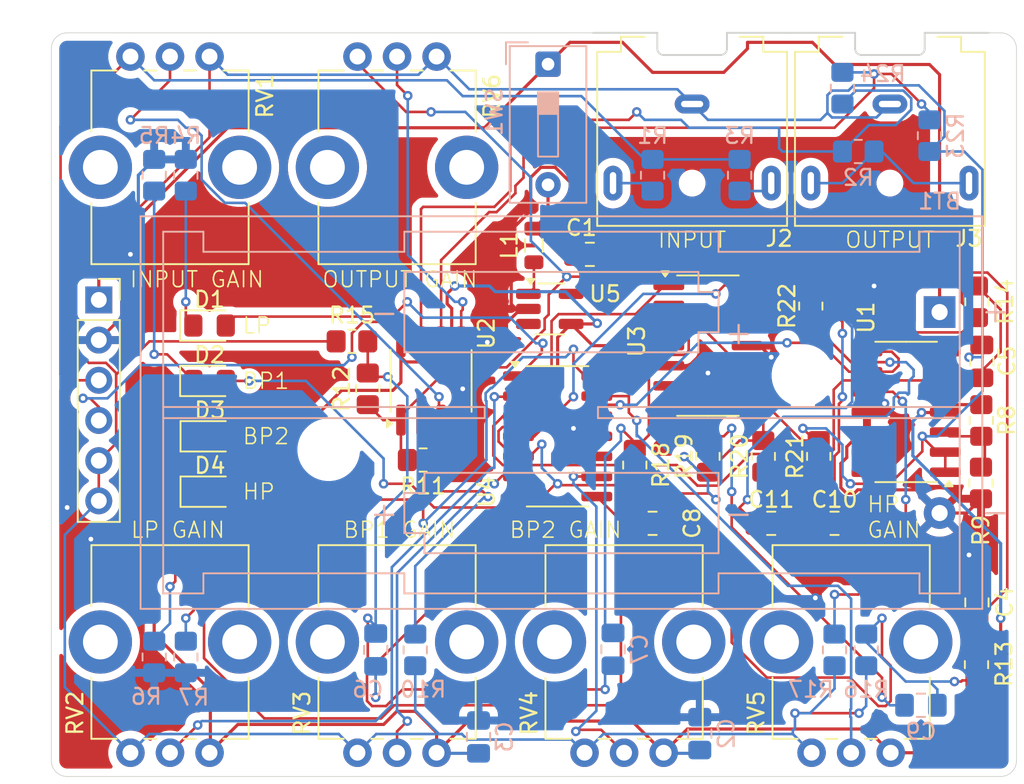
<source format=kicad_pcb>
(kicad_pcb
	(version 20241229)
	(generator "pcbnew")
	(generator_version "9.0")
	(general
		(thickness 1.6)
		(legacy_teardrops no)
	)
	(paper "A4")
	(layers
		(0 "F.Cu" signal)
		(2 "B.Cu" signal)
		(9 "F.Adhes" user "F.Adhesive")
		(11 "B.Adhes" user "B.Adhesive")
		(13 "F.Paste" user)
		(15 "B.Paste" user)
		(5 "F.SilkS" user "F.Silkscreen")
		(7 "B.SilkS" user "B.Silkscreen")
		(1 "F.Mask" user)
		(3 "B.Mask" user)
		(17 "Dwgs.User" user "User.Drawings")
		(19 "Cmts.User" user "User.Comments")
		(21 "Eco1.User" user "User.Eco1")
		(23 "Eco2.User" user "User.Eco2")
		(25 "Edge.Cuts" user)
		(27 "Margin" user)
		(31 "F.CrtYd" user "F.Courtyard")
		(29 "B.CrtYd" user "B.Courtyard")
		(35 "F.Fab" user)
		(33 "B.Fab" user)
		(39 "User.1" user)
		(41 "User.2" user)
		(43 "User.3" user)
		(45 "User.4" user)
	)
	(setup
		(stackup
			(layer "F.SilkS"
				(type "Top Silk Screen")
			)
			(layer "F.Paste"
				(type "Top Solder Paste")
			)
			(layer "F.Mask"
				(type "Top Solder Mask")
				(thickness 0.01)
			)
			(layer "F.Cu"
				(type "copper")
				(thickness 0.035)
			)
			(layer "dielectric 1"
				(type "core")
				(thickness 1.51)
				(material "FR4")
				(epsilon_r 4.5)
				(loss_tangent 0.02)
			)
			(layer "B.Cu"
				(type "copper")
				(thickness 0.035)
			)
			(layer "B.Mask"
				(type "Bottom Solder Mask")
				(thickness 0.01)
			)
			(layer "B.Paste"
				(type "Bottom Solder Paste")
			)
			(layer "B.SilkS"
				(type "Bottom Silk Screen")
			)
			(copper_finish "None")
			(dielectric_constraints no)
		)
		(pad_to_mask_clearance 0)
		(allow_soldermask_bridges_in_footprints no)
		(tenting front back)
		(aux_axis_origin 25 23.5)
		(pcbplotparams
			(layerselection 0x00000000_00000000_55555555_5755f5ff)
			(plot_on_all_layers_selection 0x00000000_00000000_00000000_00000000)
			(disableapertmacros no)
			(usegerberextensions no)
			(usegerberattributes yes)
			(usegerberadvancedattributes yes)
			(creategerberjobfile yes)
			(dashed_line_dash_ratio 12.000000)
			(dashed_line_gap_ratio 3.000000)
			(svgprecision 4)
			(plotframeref no)
			(mode 1)
			(useauxorigin no)
			(hpglpennumber 1)
			(hpglpenspeed 20)
			(hpglpendiameter 15.000000)
			(pdf_front_fp_property_popups yes)
			(pdf_back_fp_property_popups yes)
			(pdf_metadata yes)
			(pdf_single_document no)
			(dxfpolygonmode yes)
			(dxfimperialunits yes)
			(dxfusepcbnewfont yes)
			(psnegative no)
			(psa4output no)
			(plot_black_and_white yes)
			(plotinvisibletext no)
			(sketchpadsonfab no)
			(plotpadnumbers no)
			(hidednponfab no)
			(sketchdnponfab yes)
			(crossoutdnponfab yes)
			(subtractmaskfromsilk no)
			(outputformat 1)
			(mirror no)
			(drillshape 1)
			(scaleselection 1)
			(outputdirectory "")
		)
	)
	(net 0 "")
	(net 1 "GND")
	(net 2 "Net-(U1B-+)")
	(net 3 "VREF")
	(net 4 "Net-(U3A--)")
	(net 5 "Net-(U3C--)")
	(net 6 "/FILTERS/OBP1")
	(net 7 "/RAIL_GEN/VIN+")
	(net 8 "VCC")
	(net 9 "/FILTERS/IBP1")
	(net 10 "Net-(U1C-+)")
	(net 11 "/FILTERS/OBP2")
	(net 12 "Net-(C10-Pad1)")
	(net 13 "Net-(U3D--)")
	(net 14 "/LED_GAIN/OUTA")
	(net 15 "Net-(D1-K)")
	(net 16 "/LED_GAIN/OUTB")
	(net 17 "Net-(D2-K)")
	(net 18 "/LED_GAIN/OUTC")
	(net 19 "Net-(D3-K)")
	(net 20 "Net-(D4-K)")
	(net 21 "/LED_GAIN/OUTD")
	(net 22 "OUT")
	(net 23 "IN")
	(net 24 "Net-(J2-PadR)")
	(net 25 "Net-(J2-PadT)")
	(net 26 "Net-(J3-PadR)")
	(net 27 "Net-(U5-SW)")
	(net 28 "Net-(U1A-+)")
	(net 29 "/LED_GAIN/AREF")
	(net 30 "/LED_GAIN/BREF")
	(net 31 "/LED_GAIN/CREF")
	(net 32 "/LED_GAIN/DREF")
	(net 33 "Net-(U1D--)")
	(net 34 "/FILTERS/OHP")
	(net 35 "/FILTERS/OLP")
	(net 36 "Net-(U3B--)")
	(net 37 "unconnected-(U5-NC-Pad3)")
	(net 38 "unconnected-(U5-NC-Pad5)")
	(net 39 "Net-(C6-Pad1)")
	(net 40 "Net-(C8-Pad1)")
	(net 41 "Net-(C8-Pad2)")
	(net 42 "Net-(U2A--)")
	(net 43 "Net-(U2B--)")
	(net 44 "Net-(U2A-+)")
	(net 45 "Net-(U2B-+)")
	(net 46 "/VIN")
	(footprint "Connector_Audio:Jack_3.5mm_CUI_SJ1-3523N_Horizontal" (layer "F.Cu") (at 65.5 28 180))
	(footprint "LED_SMD:LED_0805_2012Metric_Pad1.15x1.40mm_HandSolder" (layer "F.Cu") (at 35.025 52.5))
	(footprint "Connector_PinSocket_2.54mm:PinSocket_1x06_P2.54mm_Vertical" (layer "F.Cu") (at 28 40.38))
	(footprint "LED_SMD:LED_0805_2012Metric_Pad1.15x1.40mm_HandSolder" (layer "F.Cu") (at 35 45.5))
	(footprint "Capacitor_SMD:C_0805_2012Metric_Pad1.18x1.45mm_HandSolder" (layer "F.Cu") (at 63 54.5 180))
	(footprint "Inductor_SMD:L_0805_2012Metric" (layer "F.Cu") (at 55.5 36.9375 90))
	(footprint "Package_SO:SOIC-14_3.9x8.7mm_P1.27mm" (layer "F.Cu") (at 57 49))
	(footprint "Package_TO_SOT_SMD:SOT-23-5_HandSoldering" (layer "F.Cu") (at 56.5 40.95))
	(footprint "Capacitor_SMD:C_0805_2012Metric_Pad1.18x1.45mm_HandSolder" (layer "F.Cu") (at 70.5 54.5 180))
	(footprint "LED_SMD:LED_0805_2012Metric_Pad1.15x1.40mm_HandSolder" (layer "F.Cu") (at 35 42))
	(footprint "Resistor_SMD:R_0805_2012Metric_Pad1.20x1.40mm_HandSolder" (layer "F.Cu") (at 48.5 50.5 180))
	(footprint "Connector_Audio:Jack_3.5mm_CUI_SJ1-3523N_Horizontal" (layer "F.Cu") (at 78 28 180))
	(footprint "Resistor_SMD:R_0805_2012Metric_Pad1.20x1.40mm_HandSolder" (layer "F.Cu") (at 83.5 40.5 90))
	(footprint "Capacitor_SMD:C_0805_2012Metric_Pad1.18x1.45mm_HandSolder" (layer "F.Cu") (at 83.5 59.5 90))
	(footprint "Resistor_SMD:R_0805_2012Metric_Pad1.20x1.40mm_HandSolder" (layer "F.Cu") (at 45 46 90))
	(footprint "Package_SO:SOIC-14_3.9x8.7mm_P1.27mm" (layer "F.Cu") (at 79.025 47.46 180))
	(footprint "Capacitor_SMD:C_0805_2012Metric_Pad1.18x1.45mm_HandSolder" (layer "F.Cu") (at 83.808728 44.265881 -90))
	(footprint "Custom:Potentiometer_Bourns_PTV09A-1_Single_Vertical" (layer "F.Cu") (at 44.35 25 -90))
	(footprint "Capacitor_SMD:C_0805_2012Metric_Pad1.18x1.45mm_HandSolder" (layer "F.Cu") (at 59.0375 37.5))
	(footprint "Resistor_SMD:R_0805_2012Metric_Pad1.20x1.40mm_HandSolder" (layer "F.Cu") (at 73 40.77 90))
	(footprint "Custom:Potentiometer_Bourns_PTV09A-1_Single_Vertical" (layer "F.Cu") (at 35 69 90))
	(footprint "Custom:Potentiometer_Bourns_PTV09A-1_Single_Vertical" (layer "F.Cu") (at 78.05 69 90))
	(footprint "Resistor_SMD:R_0805_2012Metric_Pad1.20x1.40mm_HandSolder" (layer "F.Cu") (at 70 50.27 -90))
	(footprint "Resistor_SMD:R_0805_2012Metric_Pad1.20x1.40mm_HandSolder" (layer "F.Cu") (at 66.5 50.27 -90))
	(footprint "Package_SO:SOIC-14_3.9x8.7mm_P1.27mm" (layer "F.Cu") (at 66.5 43.27))
	(footprint "Resistor_SMD:R_0805_2012Metric_Pad1.20x1.40mm_HandSolder" (layer "F.Cu") (at 83.756554 51.949585 -90))
	(footprint "Custom:Potentiometer_Bourns_PTV09A-1_Single_Vertical" (layer "F.Cu") (at 63.7 69 90))
	(footprint "Resistor_SMD:R_0805_2012Metric_Pad1.20x1.40mm_HandSolder" (layer "F.Cu") (at 44 43))
	(footprint "Capacitor_SMD:C_0805_2012Metric_Pad1.18x1.45mm_HandSolder" (layer "F.Cu") (at 74.5 54.5))
	(footprint "Resistor_SMD:R_0805_2012Metric_Pad1.20x1.40mm_HandSolder" (layer "F.Cu") (at 61.87591 50.8185 -90))
	(footprint "Potentiometer_THT:Potentiometer_Bourns_PTV09A-1_Single_Vertical" (layer "F.Cu") (at 30 25 -90))
	(footprint "LED_SMD:LED_0805_2012Metric_Pad1.15x1.40mm_HandSolder" (layer "F.Cu") (at 35.025 49))
	(footprint "Custom:Potentiometer_Bourns_PTV09A-1_Single_Vertical" (layer "F.Cu") (at 49.35 69 90))
	(footprint "Resistor_SMD:R_0805_2012Metric_Pad1.20x1.40mm_HandSolder" (layer "F.Cu") (at 73.5 50.27 -90))
	(footprint "Resistor_SMD:R_0805_2012Metric_Pad1.20x1.40mm_HandSolder"
		(layer "F.Cu")
		(uuid "ea5f78f7-08a0-407f-85a0-6cbde15528e6")
		(at 83.473393 63.430892 -90)
		(descr "Resistor SMD 0805 (2012 Metric), square (rectangular) end terminal, IPC_7351 nominal with elongated pad for handsoldering. (Body size source: IPC-SM-782 page 72, https://www.pcb-3d.com/wordpress/wp-content/uploads/ipc-sm-782a_amendment_1_and_2.pdf), generated with kicad-footprint-generator")
		(tags "resistor handsolder")
		(property "Reference" "R13"
			(at -0.031829 -1.739421 90)
			(layer "F.SilkS")
			(uuid "a663c76b-8f09-4f1a-b1c6-5f97263b5a77")
			(effects
				(font
					(size 1 1)
					(thickness 0.15)
				)
			)
		)
		(property "Value" "3.3k"
			(at 0 1.65 90)
			(layer "F.Fab")
			(uuid "f74fe375-7144-46ea-a146-beeb76750d5f")
			(effects
				(font
					(size 1 1)
					(thickness 0.15)
				)
			)
		)
		(property "Datasheet" ""
			(at 0 0 270)
			(unlocked yes)
			(layer "F.Fab")
			(hide yes)
			(uuid "7130663a-00dd-4796-858b-8e954291fbfe")
			(effects
				(font
					(size 1.27 1.27)
					(thickness 0.15)
				)
			)
		)
		(property "Description" "Resistor, US symbol"
			(at 0 0 270)
			(unlocked yes)
			(layer "F.Fab")
			(hide yes)
			(uuid "07d94c3d-7822-4e32-8208-118ddc9c41f7")
			(effects
				(font
					(size 1.27 1.27)
					(thickness 0.15)
				)
			)
		)
		(property ki_fp_filters "R_*")
		(path "/471db3e4-e213-4827-95bb-9215dfa99989/8938acf2-2f86-45e6-b70d-0871765f9a54")
		(sheetname "/FILTERS/")
		(sheetfile "filters.kicad_sch")
		(attr smd)
		(fp_line
			(start -0.227064 0.735)
			(end 0.227064 0.735)
			(stroke
				(width 0.12)
				(type solid)
			)
			(layer "F.SilkS")
			(uuid "521a9a13-7c3a-47ad-9832-24fa99648727")
		)
		(fp_line
			(start -0.227064 -0.735)
			(end 0.227064 -0.735)
			(stroke
				(width 0.12)
				(type solid)
			)
			(layer "F.SilkS")
			(uuid "feb7c8b8-9988-4815-884f-e2e2cbdbb641")
		)
		(fp_line
			(start -1.85 0.95)
			(end -1.85 -0.95)
			(stroke
				(width 0.05)
				(type solid)
			)
			(layer "F.CrtYd")
			(uuid "c00c2114-662a-4183-a16c-011597fc09a2")
		)
		(fp_line
			(start 1.85 0.95)
			(end -1.85 0.95)
			(stroke
				(width 0.05)
				(type solid)
			)
			(layer "F.CrtYd")
			(uuid "0576c352-4c4c-4476-970d-9128583244c9")
		)
		(fp_line
			(start -1.85 -0.95)
			(end 1.85 -0.95)
			(stroke
				(width 0.05)
				(type solid)
			)
			(layer "F.CrtYd")
			(uuid "9444c9fb-9036-47d7-bc8b-3a774e76a340")
		)
		(fp_line
			(start 1.85 -0.95)
			(end 1.85 0.9
... [410964 chars truncated]
</source>
